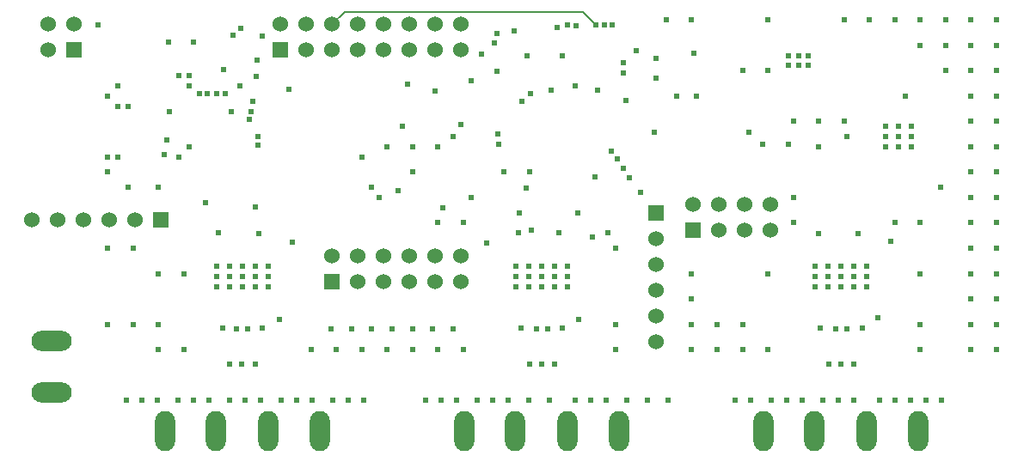
<source format=gbr>
G04 (created by PCBNEW (2013-07-07 BZR 4022)-stable) date 01/02/2015 03:27:20*
%MOIN*%
G04 Gerber Fmt 3.4, Leading zero omitted, Abs format*
%FSLAX34Y34*%
G01*
G70*
G90*
G04 APERTURE LIST*
%ADD10C,0.00590551*%
%ADD11O,0.156X0.078*%
%ADD12O,0.078X0.156*%
%ADD13R,0.06X0.06*%
%ADD14C,0.06*%
%ADD15C,0.024*%
%ADD16C,0.006*%
G04 APERTURE END LIST*
G54D10*
G54D11*
X43110Y-46923D03*
X43110Y-48893D03*
G54D12*
X47510Y-50400D03*
X49480Y-50400D03*
X51500Y-50400D03*
X53500Y-50400D03*
X59110Y-50400D03*
X61080Y-50400D03*
X63100Y-50400D03*
X65100Y-50400D03*
X70710Y-50400D03*
X72680Y-50400D03*
X74700Y-50400D03*
X76700Y-50400D03*
G54D13*
X51972Y-35618D03*
G54D14*
X51972Y-34618D03*
X52972Y-35618D03*
X52972Y-34618D03*
X53972Y-35618D03*
X53972Y-34618D03*
X54972Y-35618D03*
X54972Y-34618D03*
X55972Y-35618D03*
X55972Y-34618D03*
X56972Y-35618D03*
X56972Y-34618D03*
X57972Y-35618D03*
X57972Y-34618D03*
X58972Y-35618D03*
X58972Y-34618D03*
G54D13*
X43972Y-35618D03*
G54D14*
X42972Y-35618D03*
X43972Y-34618D03*
X42972Y-34618D03*
G54D13*
X47342Y-42204D03*
G54D14*
X46342Y-42204D03*
X45342Y-42204D03*
X44342Y-42204D03*
X43342Y-42204D03*
X42342Y-42204D03*
G54D13*
X66515Y-41929D03*
G54D14*
X66515Y-42929D03*
X66515Y-43929D03*
X66515Y-44929D03*
X66515Y-45929D03*
X66515Y-46929D03*
G54D13*
X53972Y-44618D03*
G54D14*
X53972Y-43618D03*
X54972Y-44618D03*
X54972Y-43618D03*
X55972Y-44618D03*
X55972Y-43618D03*
X56972Y-44618D03*
X56972Y-43618D03*
X57972Y-44618D03*
X57972Y-43618D03*
X58972Y-44618D03*
X58972Y-43618D03*
G54D13*
X67972Y-42618D03*
G54D14*
X67972Y-41618D03*
X68972Y-42618D03*
X68972Y-41618D03*
X69972Y-42618D03*
X69972Y-41618D03*
X70972Y-42618D03*
X70972Y-41618D03*
G54D15*
X62100Y-44400D03*
X62600Y-44400D03*
X63100Y-44400D03*
X62600Y-44000D03*
X62100Y-44000D03*
X62100Y-44800D03*
X62600Y-44800D03*
X63100Y-44800D03*
X63100Y-44000D03*
X61600Y-44000D03*
X61600Y-44400D03*
X61600Y-44800D03*
X61100Y-44000D03*
X61100Y-44400D03*
X61100Y-44800D03*
X50500Y-44400D03*
X51000Y-44400D03*
X51500Y-44400D03*
X51500Y-44000D03*
X51000Y-44000D03*
X50500Y-44000D03*
X50000Y-44000D03*
X49500Y-44000D03*
X49500Y-44400D03*
X50000Y-44400D03*
X50500Y-44800D03*
X50000Y-44800D03*
X49500Y-44800D03*
X51000Y-44800D03*
X51500Y-44800D03*
X73700Y-44400D03*
X74200Y-44400D03*
X74700Y-44400D03*
X74700Y-44800D03*
X74200Y-44800D03*
X73700Y-44800D03*
X73200Y-44800D03*
X72700Y-44800D03*
X72700Y-44400D03*
X73200Y-44400D03*
X73700Y-44000D03*
X74200Y-44000D03*
X74700Y-44000D03*
X73200Y-44000D03*
X72700Y-44000D03*
X75925Y-38976D03*
X76417Y-38976D03*
X76417Y-38582D03*
X75925Y-38582D03*
X76417Y-39370D03*
X75925Y-39370D03*
X75433Y-39370D03*
X75433Y-38976D03*
X75433Y-38582D03*
X79724Y-47244D03*
X79724Y-46259D03*
X79724Y-45275D03*
X79724Y-44291D03*
X79724Y-43307D03*
X79724Y-42322D03*
X79724Y-41338D03*
X79724Y-40354D03*
X79724Y-39370D03*
X79724Y-38385D03*
X79724Y-37401D03*
X79724Y-36417D03*
X79724Y-35433D03*
X79724Y-34448D03*
X78740Y-34448D03*
X77755Y-34448D03*
X76771Y-34448D03*
X75787Y-34448D03*
X74803Y-34448D03*
X73818Y-34448D03*
X70866Y-34448D03*
X67913Y-34448D03*
X66929Y-34448D03*
X69881Y-36417D03*
X70866Y-36417D03*
X67913Y-47244D03*
X67913Y-46259D03*
X67913Y-45275D03*
X67913Y-44291D03*
X68897Y-47244D03*
X68897Y-46259D03*
X69881Y-46259D03*
X69881Y-47244D03*
X70866Y-47244D03*
X71850Y-42322D03*
X71850Y-41338D03*
X75787Y-42322D03*
X76771Y-42322D03*
X64960Y-46259D03*
X64960Y-47244D03*
X59055Y-47244D03*
X58070Y-47244D03*
X57086Y-47244D03*
X56102Y-47244D03*
X55118Y-47244D03*
X54133Y-47244D03*
X53149Y-47244D03*
X58070Y-42322D03*
X59055Y-42322D03*
X46259Y-46259D03*
X45275Y-46259D03*
X47244Y-46259D03*
X47244Y-47244D03*
X48228Y-47244D03*
X47244Y-44291D03*
X48228Y-44291D03*
X46259Y-43307D03*
X45275Y-43307D03*
X56102Y-39370D03*
X57086Y-39370D03*
X58070Y-39370D03*
X57086Y-40354D03*
X45275Y-37401D03*
X45275Y-40354D03*
X72834Y-38385D03*
X71850Y-38385D03*
X73818Y-38385D03*
X72834Y-39370D03*
X77755Y-35433D03*
X76771Y-35433D03*
X78740Y-35433D03*
X78740Y-36417D03*
X77755Y-36417D03*
X78740Y-37401D03*
X78740Y-38385D03*
X78740Y-39370D03*
X78740Y-40354D03*
X78740Y-41338D03*
X78740Y-42322D03*
X78740Y-43307D03*
X78740Y-44291D03*
X78740Y-45275D03*
X78740Y-47244D03*
X78740Y-46259D03*
X76771Y-46259D03*
X76771Y-47244D03*
X76771Y-44291D03*
X70866Y-44291D03*
X48031Y-39763D03*
X48425Y-39370D03*
X46062Y-40944D03*
X47244Y-40944D03*
X50393Y-37007D03*
X48031Y-36614D03*
X48425Y-36614D03*
X48425Y-37007D03*
X45669Y-37007D03*
X45669Y-37795D03*
X46062Y-37795D03*
X45669Y-39763D03*
X45275Y-39763D03*
X44881Y-34645D03*
X56692Y-38582D03*
X55118Y-39763D03*
X55511Y-40944D03*
X58661Y-38976D03*
X58267Y-41732D03*
X64173Y-40551D03*
X63385Y-37007D03*
X67322Y-37401D03*
X68110Y-37401D03*
X53937Y-46456D03*
X54724Y-46456D03*
X55511Y-46456D03*
X56299Y-46456D03*
X57086Y-46456D03*
X57874Y-46456D03*
X58661Y-46456D03*
X50433Y-34763D03*
X61496Y-40984D03*
X60393Y-38858D03*
X65354Y-37559D03*
X62893Y-35826D03*
X61600Y-49200D03*
X62400Y-49200D03*
X63400Y-49200D03*
X64000Y-49200D03*
X64600Y-49200D03*
X57600Y-49200D03*
X58200Y-49200D03*
X58800Y-49200D03*
X52000Y-49200D03*
X52600Y-49200D03*
X53200Y-49200D03*
X46000Y-49200D03*
X46600Y-49200D03*
X47200Y-49200D03*
X48000Y-49200D03*
X48600Y-49200D03*
X49200Y-49200D03*
X51200Y-49200D03*
X50600Y-49200D03*
X50000Y-49200D03*
X55200Y-49200D03*
X54600Y-49200D03*
X54000Y-49200D03*
X60800Y-49200D03*
X60200Y-49200D03*
X59600Y-49200D03*
X67000Y-49200D03*
X66200Y-49200D03*
X65400Y-49200D03*
X72200Y-49200D03*
X71600Y-49200D03*
X71000Y-49200D03*
X77600Y-49200D03*
X77000Y-49200D03*
X76400Y-49200D03*
X75800Y-49200D03*
X75200Y-49200D03*
X73000Y-49200D03*
X73600Y-49200D03*
X74200Y-49200D03*
X69600Y-49200D03*
X70200Y-49200D03*
X76181Y-37401D03*
X77559Y-40944D03*
X75629Y-43031D03*
X52440Y-43070D03*
X50118Y-35039D03*
X49566Y-42716D03*
X66456Y-38818D03*
X72834Y-42755D03*
X47480Y-39665D03*
X51003Y-41712D03*
X64960Y-43307D03*
X47637Y-35314D03*
X61181Y-42716D03*
X52283Y-37125D03*
X59350Y-36811D03*
X64251Y-37165D03*
X61515Y-35826D03*
X64665Y-42716D03*
X63484Y-41929D03*
X61712Y-42618D03*
X61220Y-41929D03*
X61614Y-40354D03*
X60433Y-39271D03*
X65748Y-35629D03*
X68011Y-35728D03*
X66535Y-36712D03*
X73917Y-38976D03*
X71653Y-39271D03*
X70669Y-39271D03*
X72440Y-36220D03*
X72440Y-35826D03*
X72047Y-35826D03*
X72047Y-36220D03*
X71653Y-36220D03*
X71653Y-35826D03*
X51141Y-42755D03*
X62755Y-42716D03*
X74370Y-42755D03*
X50826Y-37992D03*
X61653Y-37322D03*
X50905Y-37598D03*
X61338Y-37598D03*
X57972Y-37204D03*
X50078Y-37992D03*
X50748Y-38307D03*
X62480Y-37165D03*
X59763Y-35787D03*
X49763Y-36377D03*
X60350Y-36450D03*
X56900Y-36950D03*
X65255Y-40196D03*
X65492Y-40570D03*
X64783Y-39527D03*
X65019Y-39842D03*
X64527Y-34645D03*
X64842Y-34645D03*
X64212Y-34645D03*
X63425Y-34685D03*
X62696Y-34724D03*
X63090Y-34625D03*
X60374Y-34960D03*
X60275Y-35334D03*
X49724Y-46417D03*
X61299Y-46417D03*
X72913Y-46417D03*
X50275Y-46456D03*
X61889Y-46456D03*
X73503Y-46456D03*
X51259Y-46417D03*
X62913Y-46417D03*
X74527Y-46417D03*
X50708Y-46456D03*
X62322Y-46456D03*
X73937Y-46456D03*
X58976Y-38503D03*
X48582Y-35314D03*
X59350Y-41338D03*
X55787Y-41338D03*
X61023Y-34881D03*
X51062Y-36023D03*
X60629Y-40354D03*
X56535Y-41062D03*
X49133Y-37322D03*
X48818Y-37322D03*
X51102Y-39291D03*
X51102Y-38976D03*
X49842Y-37322D03*
X49488Y-37322D03*
X47650Y-38000D03*
X51929Y-46062D03*
X63543Y-46062D03*
X75118Y-46023D03*
X47550Y-39100D03*
X49055Y-41535D03*
X64055Y-42874D03*
X59980Y-43110D03*
X65944Y-41141D03*
X73228Y-47795D03*
X73700Y-47795D03*
X74212Y-47795D03*
X62598Y-47795D03*
X62086Y-47795D03*
X61614Y-47795D03*
X50000Y-47795D03*
X50472Y-47795D03*
X50984Y-47795D03*
X51023Y-36653D03*
X51259Y-35078D03*
X70118Y-38818D03*
X65255Y-36515D03*
X65255Y-36122D03*
X66535Y-35925D03*
G54D16*
X63464Y-34133D02*
X63700Y-34133D01*
X53972Y-34610D02*
X54448Y-34133D01*
X54448Y-34133D02*
X63464Y-34133D01*
X53972Y-34618D02*
X53972Y-34610D01*
X63700Y-34133D02*
X64212Y-34645D01*
M02*

</source>
